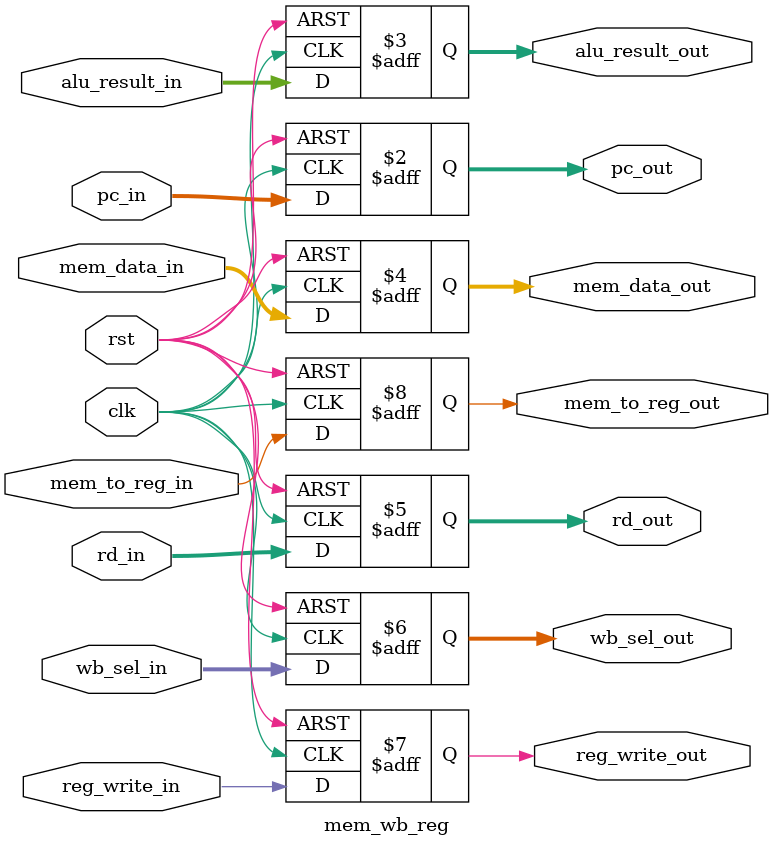
<source format=v>
module mem_wb_reg (
    input wire clk,
    input wire rst,
    input wire reg_write_in,
    input wire mem_to_reg_in,
    input wire [1:0] wb_sel_in,
    input wire [31:0] pc_in,
    input wire [31:0] alu_result_in,
    input wire [31:0] mem_data_in,
    input wire [4:0] rd_in,

    output reg [31:0] pc_out,
    output reg [31:0] alu_result_out,
    output reg [31:0] mem_data_out,
    output reg [4:0] rd_out,
    output reg [1:0] wb_sel_out,
    output reg reg_write_out,
    output reg mem_to_reg_out

);

always @(posedge clk or posedge rst) begin
    if (rst) begin
        reg_write_out <= 1'b0;
        mem_to_reg_out <= 1'b0;
        wb_sel_out <= 2'b0;
        pc_out <= 32'b0;
        alu_result_out <= 32'b0;
        mem_data_out <= 32'b0;
        rd_out <= 5'b0;

    end else begin
        reg_write_out <= reg_write_in;
        mem_to_reg_out <= mem_to_reg_in;
        wb_sel_out <= wb_sel_in;
        alu_result_out <= alu_result_in;
        pc_out <= pc_in;
        mem_data_out <= mem_data_in;
        rd_out <= rd_in;
    end
end

endmodule
</source>
